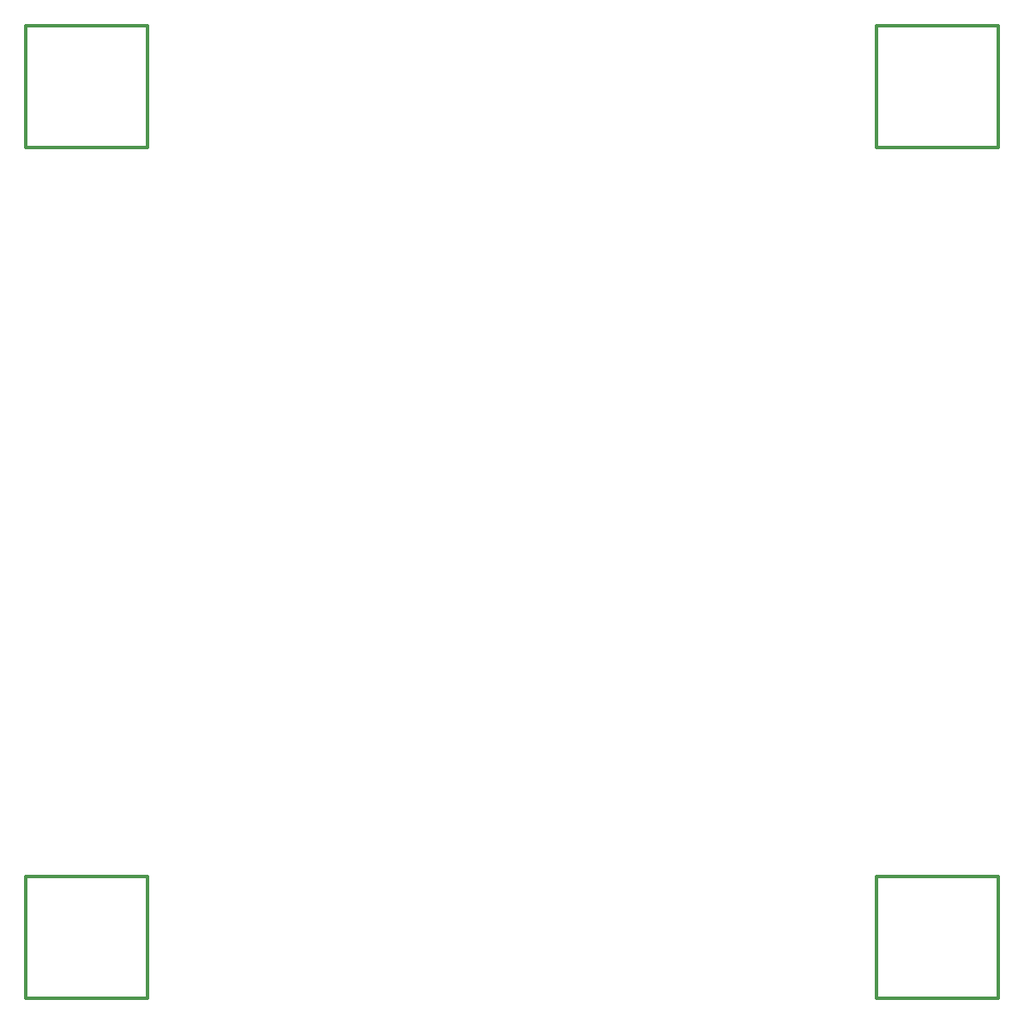
<source format=gbo>
%TF.GenerationSoftware,KiCad,Pcbnew,(5.1.9)-1*%
%TF.CreationDate,2021-05-05T18:06:17+08:00*%
%TF.ProjectId,AssemblyBoard,41737365-6d62-46c7-9942-6f6172642e6b,rev?*%
%TF.SameCoordinates,Original*%
%TF.FileFunction,Legend,Bot*%
%TF.FilePolarity,Positive*%
%FSLAX46Y46*%
G04 Gerber Fmt 4.6, Leading zero omitted, Abs format (unit mm)*
G04 Created by KiCad (PCBNEW (5.1.9)-1) date 2021-05-05 18:06:17*
%MOMM*%
%LPD*%
G01*
G04 APERTURE LIST*
%ADD10C,0.300000*%
G04 APERTURE END LIST*
D10*
X116870000Y-143250000D02*
X104870000Y-143250000D01*
X116870000Y-131250000D02*
X116870000Y-143250000D01*
X104870000Y-131250000D02*
X116870000Y-131250000D01*
X104870000Y-143250000D02*
X104870000Y-131250000D01*
X188870000Y-143250000D02*
X200870000Y-143250000D01*
X188870000Y-131250000D02*
X188870000Y-143250000D01*
X200870000Y-131250000D02*
X188870000Y-131250000D01*
X200870000Y-143250000D02*
X200870000Y-131250000D01*
X200870000Y-59250000D02*
X200870000Y-47250000D01*
X188870000Y-59250000D02*
X200870000Y-59250000D01*
X188870000Y-47250000D02*
X188870000Y-59250000D01*
X200870000Y-47250000D02*
X188870000Y-47250000D01*
X104870000Y-59250000D02*
X104870000Y-47250000D01*
X116870000Y-59250000D02*
X104870000Y-59250000D01*
X116870000Y-47250000D02*
X116870000Y-59250000D01*
X104870000Y-47250000D02*
X116870000Y-47250000D01*
M02*

</source>
